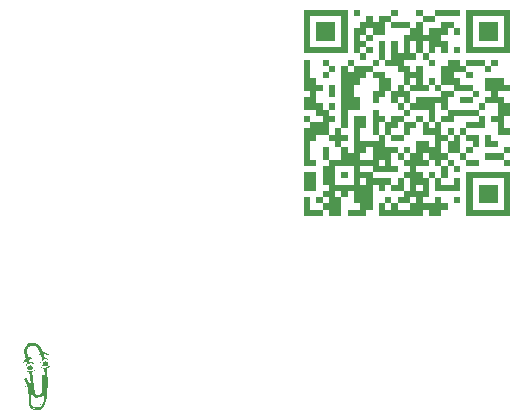
<source format=gbr>
%TF.GenerationSoftware,KiCad,Pcbnew,9.0.7*%
%TF.CreationDate,2026-02-17T11:17:25-06:00*%
%TF.ProjectId,nfc-card,6e66632d-6361-4726-942e-6b696361645f,rev?*%
%TF.SameCoordinates,Original*%
%TF.FileFunction,Legend,Bot*%
%TF.FilePolarity,Positive*%
%FSLAX46Y46*%
G04 Gerber Fmt 4.6, Leading zero omitted, Abs format (unit mm)*
G04 Created by KiCad (PCBNEW 9.0.7) date 2026-02-17 11:17:25*
%MOMM*%
%LPD*%
G01*
G04 APERTURE LIST*
%ADD10C,0.000000*%
G04 APERTURE END LIST*
D10*
G36*
X121895834Y-49941667D02*
G01*
X122425001Y-49941667D01*
X122425001Y-50470833D01*
X122954167Y-50470833D01*
X122954167Y-49941667D01*
X123483334Y-49941667D01*
X124012500Y-49941667D01*
X124012500Y-50470833D01*
X123483334Y-50470833D01*
X123483334Y-51000000D01*
X122954167Y-51000000D01*
X122954167Y-51529166D01*
X122425001Y-51529166D01*
X122425001Y-51000000D01*
X122425001Y-50470833D01*
X121895834Y-50470833D01*
X121895834Y-51000000D01*
X121895834Y-51529166D01*
X121366667Y-51529166D01*
X121366667Y-51000000D01*
X121366667Y-50470833D01*
X121366667Y-49941667D01*
X121366667Y-49412499D01*
X121895834Y-49412499D01*
X121895834Y-49941667D01*
G37*
G36*
X119779168Y-45708334D02*
G01*
X119250001Y-45708334D01*
X119250001Y-45179167D01*
X119779168Y-45179167D01*
X119779168Y-45708334D01*
G37*
G36*
X117662501Y-46766666D02*
G01*
X117133335Y-46766666D01*
X117133335Y-46237500D01*
X117662501Y-46237500D01*
X117662501Y-46766666D01*
G37*
G36*
X119250001Y-46237500D02*
G01*
X119779168Y-46237500D01*
X119779168Y-45708334D01*
X120308334Y-45708334D01*
X120837501Y-45708334D01*
X121366667Y-45708334D01*
X121366667Y-46237500D01*
X120837501Y-46237500D01*
X120837501Y-46766666D01*
X120308334Y-46766666D01*
X120308334Y-47295833D01*
X119779168Y-47295833D01*
X119779168Y-47825000D01*
X119779168Y-48354167D01*
X120308334Y-48354167D01*
X120308334Y-48883333D01*
X120308334Y-49412499D01*
X119779168Y-49412499D01*
X119250001Y-49412499D01*
X119250001Y-49941667D01*
X119250001Y-50470833D01*
X119250001Y-51000000D01*
X118720834Y-51000000D01*
X118720834Y-50470833D01*
X118720834Y-49941667D01*
X118720834Y-49412499D01*
X118720834Y-48883333D01*
X118720834Y-48354167D01*
X118720834Y-47825000D01*
X118720834Y-47295833D01*
X118720834Y-46766666D01*
X118720834Y-46237500D01*
X118720834Y-45708334D01*
X119250001Y-45708334D01*
X119250001Y-46237500D01*
G37*
G36*
X125600000Y-42533334D02*
G01*
X125600000Y-43062500D01*
X126129167Y-43062500D01*
X126129167Y-42533334D01*
X126658334Y-42533334D01*
X127187501Y-42533334D01*
X127187501Y-42004167D01*
X127716667Y-42004167D01*
X128245833Y-42004167D01*
X128245833Y-42533334D01*
X127716667Y-42533334D01*
X127716667Y-43062500D01*
X127187501Y-43062500D01*
X127187501Y-43591667D01*
X127716667Y-43591667D01*
X127716667Y-44120833D01*
X127716667Y-44650000D01*
X127187501Y-44650000D01*
X127187501Y-44120833D01*
X126658334Y-44120833D01*
X126658334Y-44650000D01*
X126129167Y-44650000D01*
X126129167Y-44120833D01*
X126129167Y-43591667D01*
X125600000Y-43591667D01*
X125600000Y-44120833D01*
X125600000Y-44650000D01*
X125070834Y-44650000D01*
X125070834Y-44120833D01*
X125070834Y-43591667D01*
X124541668Y-43591667D01*
X124541668Y-44120833D01*
X124541668Y-44650000D01*
X125070834Y-44650000D01*
X125070834Y-45179167D01*
X124541668Y-45179167D01*
X124012500Y-45179167D01*
X124012500Y-45708334D01*
X124541668Y-45708334D01*
X124541668Y-46237500D01*
X125070834Y-46237500D01*
X125070834Y-45708334D01*
X125600000Y-45708334D01*
X125600000Y-46237500D01*
X125600000Y-46766666D01*
X125600000Y-47295833D01*
X126129167Y-47295833D01*
X126129167Y-47825000D01*
X125600000Y-47825000D01*
X125070834Y-47825000D01*
X124541668Y-47825000D01*
X124541668Y-47295833D01*
X125070834Y-47295833D01*
X125070834Y-46766666D01*
X124541668Y-46766666D01*
X124541668Y-47295833D01*
X124012500Y-47295833D01*
X124012500Y-46766666D01*
X124012500Y-46237500D01*
X123483334Y-46237500D01*
X123483334Y-45708334D01*
X122954167Y-45708334D01*
X122425001Y-45708334D01*
X122425001Y-45179167D01*
X122954167Y-45179167D01*
X122954167Y-44650000D01*
X122954167Y-44120833D01*
X122954167Y-43591667D01*
X123483334Y-43591667D01*
X123483334Y-44120833D01*
X123483334Y-44650000D01*
X124012500Y-44650000D01*
X124012500Y-44120833D01*
X124012500Y-43591667D01*
X124012500Y-43062500D01*
X124541668Y-43062500D01*
X124541668Y-42533334D01*
X125070834Y-42533334D01*
X125070834Y-42004167D01*
X125600000Y-42004167D01*
X125600000Y-42533334D01*
G37*
G36*
X128245833Y-54174999D02*
G01*
X127716667Y-54174999D01*
X127716667Y-53645833D01*
X128245833Y-53645833D01*
X128245833Y-54174999D01*
G37*
G36*
X116075000Y-45708334D02*
G01*
X116075000Y-46237500D01*
X116075000Y-46766666D01*
X116604168Y-46766666D01*
X116604168Y-47295833D01*
X117133335Y-47295833D01*
X117133335Y-47825000D01*
X116604168Y-47825000D01*
X116604168Y-48354167D01*
X116604168Y-48883333D01*
X117133335Y-48883333D01*
X117133335Y-49412499D01*
X117662501Y-49412499D01*
X117662501Y-49941667D01*
X118191667Y-49941667D01*
X118191667Y-50470833D01*
X117662501Y-50470833D01*
X117662501Y-51000000D01*
X117662501Y-51529166D01*
X118191667Y-51529166D01*
X118191667Y-51000000D01*
X118720834Y-51000000D01*
X118720834Y-51529166D01*
X119250001Y-51529166D01*
X119250001Y-52058333D01*
X118720834Y-52058333D01*
X118720834Y-52587500D01*
X118191667Y-52587500D01*
X118191667Y-52058333D01*
X117662501Y-52058333D01*
X117662501Y-51529166D01*
X117133335Y-51529166D01*
X116604168Y-51529166D01*
X116604168Y-52058333D01*
X116075000Y-52058333D01*
X116075000Y-52587500D01*
X116075000Y-53116666D01*
X116075000Y-53645833D01*
X116604168Y-53645833D01*
X116604168Y-54174999D01*
X116075000Y-54174999D01*
X115545835Y-54174999D01*
X115545835Y-53645833D01*
X115545835Y-53116666D01*
X115545835Y-52587500D01*
X115545835Y-52058333D01*
X115545835Y-51529166D01*
X115545835Y-51000000D01*
X116075000Y-51000000D01*
X116075000Y-50470833D01*
X116604168Y-50470833D01*
X117133335Y-50470833D01*
X117133335Y-49941667D01*
X116604168Y-49941667D01*
X116604168Y-49412499D01*
X116075000Y-49412499D01*
X115545835Y-49412499D01*
X115545835Y-48883333D01*
X115545835Y-48354167D01*
X116075000Y-48354167D01*
X116075000Y-47825000D01*
X115545835Y-47825000D01*
X115545835Y-47295833D01*
X115545835Y-46766666D01*
X115545835Y-46237500D01*
X115545835Y-45708334D01*
X115545835Y-45179167D01*
X116075000Y-45179167D01*
X116075000Y-45708334D01*
G37*
G36*
X129833334Y-53116666D02*
G01*
X129304167Y-53116666D01*
X129304167Y-52587500D01*
X129833334Y-52587500D01*
X129833334Y-53116666D01*
G37*
G36*
X122425001Y-44120833D02*
G01*
X122425001Y-44650000D01*
X122425001Y-45179167D01*
X121895834Y-45179167D01*
X121895834Y-44650000D01*
X121895834Y-44120833D01*
X121895834Y-43591667D01*
X122425001Y-43591667D01*
X122425001Y-44120833D01*
G37*
G36*
X127716667Y-54704166D02*
G01*
X127716667Y-55233333D01*
X127187501Y-55233333D01*
X127187501Y-54704166D01*
X127187501Y-54174999D01*
X127716667Y-54174999D01*
X127716667Y-54704166D01*
G37*
G36*
X121366667Y-44650000D02*
G01*
X120837501Y-44650000D01*
X120837501Y-44120833D01*
X121366667Y-44120833D01*
X121366667Y-44650000D01*
G37*
G36*
X133008333Y-53116666D02*
G01*
X132479167Y-53116666D01*
X132479167Y-52587500D01*
X133008333Y-52587500D01*
X133008333Y-53116666D01*
G37*
G36*
X131420833Y-52058333D02*
G01*
X131950000Y-52058333D01*
X131950000Y-52587500D01*
X131420833Y-52587500D01*
X130891667Y-52587500D01*
X130891667Y-52058333D01*
X130891667Y-51529166D01*
X131420833Y-51529166D01*
X131420833Y-52058333D01*
G37*
G36*
X118191667Y-47825000D02*
G01*
X118191667Y-48354167D01*
X117662501Y-48354167D01*
X117662501Y-47825000D01*
X117662501Y-47295833D01*
X118191667Y-47295833D01*
X118191667Y-47825000D01*
G37*
G36*
X129304167Y-51529166D02*
G01*
X128775000Y-51529166D01*
X128775000Y-51000000D01*
X129304167Y-51000000D01*
X129304167Y-51529166D01*
G37*
G36*
X122425001Y-46766666D02*
G01*
X122954167Y-46766666D01*
X122954167Y-47295833D01*
X122954167Y-47825000D01*
X123483334Y-47825000D01*
X123483334Y-47295833D01*
X124012500Y-47295833D01*
X124012500Y-47825000D01*
X124541668Y-47825000D01*
X124541668Y-48354167D01*
X124541668Y-48883333D01*
X124012500Y-48883333D01*
X124012500Y-48354167D01*
X123483334Y-48354167D01*
X123483334Y-48883333D01*
X122954167Y-48883333D01*
X122954167Y-48354167D01*
X122954167Y-47825000D01*
X122425001Y-47825000D01*
X122425001Y-48354167D01*
X121895834Y-48354167D01*
X121895834Y-48883333D01*
X121366667Y-48883333D01*
X121366667Y-48354167D01*
X121366667Y-47825000D01*
X121895834Y-47825000D01*
X121895834Y-47295833D01*
X121895834Y-46766666D01*
X121366667Y-46766666D01*
X121366667Y-46237500D01*
X121895834Y-46237500D01*
X122425001Y-46237500D01*
X122425001Y-46766666D01*
G37*
G36*
X126129167Y-56820832D02*
G01*
X125600000Y-56820832D01*
X125600000Y-57349999D01*
X126129167Y-57349999D01*
X126658334Y-57349999D01*
X126658334Y-56820832D01*
X127187501Y-56820832D01*
X127187501Y-57349999D01*
X127716667Y-57349999D01*
X127716667Y-57879167D01*
X127187501Y-57879167D01*
X127187501Y-58408332D01*
X126658334Y-58408332D01*
X126129167Y-58408332D01*
X126129167Y-57879167D01*
X125600000Y-57879167D01*
X125600000Y-58408332D01*
X125070834Y-58408332D01*
X124541668Y-58408332D01*
X124012500Y-58408332D01*
X123483334Y-58408332D01*
X122954167Y-58408332D01*
X122425001Y-58408332D01*
X121895834Y-58408332D01*
X121895834Y-57879167D01*
X121895834Y-57349999D01*
X122425001Y-57349999D01*
X122425001Y-57879167D01*
X122954167Y-57879167D01*
X122954167Y-57349999D01*
X123483334Y-57349999D01*
X123483334Y-57879167D01*
X124012500Y-57879167D01*
X124541668Y-57879167D01*
X124541668Y-57349999D01*
X125070834Y-57349999D01*
X125070834Y-56820832D01*
X124541668Y-56820832D01*
X124541668Y-57349999D01*
X124012500Y-57349999D01*
X123483334Y-57349999D01*
X123483334Y-56820832D01*
X124012500Y-56820832D01*
X124012500Y-56291666D01*
X124541668Y-56291666D01*
X124541668Y-55762500D01*
X125070834Y-55762500D01*
X125070834Y-56291666D01*
X125600000Y-56291666D01*
X125600000Y-55762500D01*
X125070834Y-55762500D01*
X124541668Y-55762500D01*
X124541668Y-55233333D01*
X124012500Y-55233333D01*
X124012500Y-54704166D01*
X124541668Y-54704166D01*
X124541668Y-54174999D01*
X124012500Y-54174999D01*
X124012500Y-53645833D01*
X124541668Y-53645833D01*
X125600000Y-53645833D01*
X126129167Y-53645833D01*
X126129167Y-53116666D01*
X125600000Y-53116666D01*
X125600000Y-53645833D01*
X124541668Y-53645833D01*
X124541668Y-53116666D01*
X125070834Y-53116666D01*
X125070834Y-52587500D01*
X125070834Y-52058333D01*
X125600000Y-52058333D01*
X126129167Y-52058333D01*
X126129167Y-52587500D01*
X126658334Y-52587500D01*
X126658334Y-52058333D01*
X126658334Y-51529166D01*
X126129167Y-51529166D01*
X125600000Y-51529166D01*
X125600000Y-51000000D01*
X125600000Y-50470833D01*
X126129167Y-50470833D01*
X126129167Y-51000000D01*
X126658334Y-51000000D01*
X126658334Y-50470833D01*
X127187501Y-50470833D01*
X127187501Y-51000000D01*
X127187501Y-51529166D01*
X127716667Y-51529166D01*
X127716667Y-52058333D01*
X128245833Y-52058333D01*
X128245833Y-51529166D01*
X128775000Y-51529166D01*
X128775000Y-52058333D01*
X128775000Y-52587500D01*
X128775000Y-53116666D01*
X128245833Y-53116666D01*
X127716667Y-53116666D01*
X127716667Y-52587500D01*
X127716667Y-52058333D01*
X127187501Y-52058333D01*
X127187501Y-52587500D01*
X127187501Y-53116666D01*
X127716667Y-53116666D01*
X127716667Y-53645833D01*
X127187501Y-53645833D01*
X127187501Y-54174999D01*
X126658334Y-54174999D01*
X126658334Y-53645833D01*
X126129167Y-53645833D01*
X126129167Y-54174999D01*
X125600000Y-54174999D01*
X125070834Y-54174999D01*
X125070834Y-54704166D01*
X125600000Y-54704166D01*
X125600000Y-55233333D01*
X126129167Y-55233333D01*
X126129167Y-55762500D01*
X126129167Y-56291666D01*
X126129167Y-56820832D01*
G37*
G36*
X122954167Y-57349999D02*
G01*
X122425001Y-57349999D01*
X122425001Y-56820832D01*
X122954167Y-56820832D01*
X122954167Y-57349999D01*
G37*
G36*
X116075000Y-57349999D02*
G01*
X116075000Y-57879167D01*
X116604168Y-57879167D01*
X117133335Y-57879167D01*
X117133335Y-58408332D01*
X116604168Y-58408332D01*
X116075000Y-58408332D01*
X115545835Y-58408332D01*
X115545835Y-57879167D01*
X115545835Y-57349999D01*
X115545835Y-56820832D01*
X116075000Y-56820832D01*
X116075000Y-57349999D01*
G37*
G36*
X127187501Y-55762500D02*
G01*
X127716667Y-55762500D01*
X128245833Y-55762500D01*
X128245833Y-55233333D01*
X128775000Y-55233333D01*
X128775000Y-55762500D01*
X128775000Y-56291666D01*
X128245833Y-56291666D01*
X127716667Y-56291666D01*
X127187501Y-56291666D01*
X126658334Y-56291666D01*
X126658334Y-55762500D01*
X126658334Y-55233333D01*
X127187501Y-55233333D01*
X127187501Y-55762500D01*
G37*
G36*
X126129167Y-45179167D02*
G01*
X125600000Y-45179167D01*
X125600000Y-44650000D01*
X126129167Y-44650000D01*
X126129167Y-45179167D01*
G37*
G36*
X130362500Y-52058333D02*
G01*
X130362500Y-52587500D01*
X129833334Y-52587500D01*
X129833334Y-52058333D01*
X129304167Y-52058333D01*
X129304167Y-51529166D01*
X129833334Y-51529166D01*
X130362500Y-51529166D01*
X130362500Y-52058333D01*
G37*
G36*
X128775000Y-57349999D02*
G01*
X128245833Y-57349999D01*
X128245833Y-56820832D01*
X128775000Y-56820832D01*
X128775000Y-57349999D01*
G37*
G36*
X130891667Y-50470833D02*
G01*
X130891667Y-51000000D01*
X130362500Y-51000000D01*
X129833334Y-51000000D01*
X129304167Y-51000000D01*
X129304167Y-50470833D01*
X129833334Y-50470833D01*
X130362500Y-50470833D01*
X130362500Y-49941667D01*
X130891667Y-49941667D01*
X130891667Y-50470833D01*
G37*
G36*
X124541668Y-53116666D02*
G01*
X124012500Y-53116666D01*
X124012500Y-52587500D01*
X124541668Y-52587500D01*
X124541668Y-53116666D01*
G37*
G36*
X125600000Y-41475000D02*
G01*
X125070834Y-41475000D01*
X125070834Y-40945834D01*
X125600000Y-40945834D01*
X125600000Y-41475000D01*
G37*
G36*
X130891667Y-49412499D02*
G01*
X130362500Y-49412499D01*
X130362500Y-48883333D01*
X130891667Y-48883333D01*
X130891667Y-49412499D01*
G37*
G36*
X126658334Y-45708334D02*
G01*
X126129167Y-45708334D01*
X126129167Y-45179167D01*
X126658334Y-45179167D01*
X126658334Y-45708334D01*
G37*
G36*
X124012500Y-53645833D02*
G01*
X123483334Y-53645833D01*
X123483334Y-53116666D01*
X124012500Y-53116666D01*
X124012500Y-53645833D01*
G37*
G36*
X126658334Y-55233333D02*
G01*
X126129167Y-55233333D01*
X126129167Y-54704166D01*
X126658334Y-54704166D01*
X126658334Y-55233333D01*
G37*
G36*
X128775000Y-45708334D02*
G01*
X129304167Y-45708334D01*
X129304167Y-46237500D01*
X128775000Y-46237500D01*
X128245833Y-46237500D01*
X128245833Y-46766666D01*
X128775000Y-46766666D01*
X128775000Y-47295833D01*
X129304167Y-47295833D01*
X129833334Y-47295833D01*
X129833334Y-47825000D01*
X129304167Y-47825000D01*
X128775000Y-47825000D01*
X128245833Y-47825000D01*
X128245833Y-47295833D01*
X127716667Y-47295833D01*
X127187501Y-47295833D01*
X127187501Y-46766666D01*
X127187501Y-46237500D01*
X127187501Y-45708334D01*
X127716667Y-45708334D01*
X127716667Y-45179167D01*
X128245833Y-45179167D01*
X128775000Y-45179167D01*
X128775000Y-45708334D01*
G37*
G36*
X124541668Y-49941667D02*
G01*
X124012500Y-49941667D01*
X124012500Y-49412499D01*
X124541668Y-49412499D01*
X124541668Y-49941667D01*
G37*
G36*
X131950000Y-42533334D02*
G01*
X131950000Y-43062500D01*
X131950000Y-43591667D01*
X131420833Y-43591667D01*
X130891667Y-43591667D01*
X130362500Y-43591667D01*
X130362500Y-43062500D01*
X130362500Y-42533334D01*
X130362500Y-42004167D01*
X130891667Y-42004167D01*
X131420833Y-42004167D01*
X131950000Y-42004167D01*
X131950000Y-42533334D01*
G37*
G36*
X120837501Y-45179167D02*
G01*
X120308334Y-45179167D01*
X120308334Y-44650000D01*
X120837501Y-44650000D01*
X120837501Y-45179167D01*
G37*
G36*
X133008333Y-56291666D02*
G01*
X133008333Y-56820832D01*
X133008333Y-57349999D01*
X133008333Y-57879167D01*
X133008333Y-58408332D01*
X132479167Y-58408332D01*
X131950000Y-58408332D01*
X131420833Y-58408332D01*
X130891667Y-58408332D01*
X130362500Y-58408332D01*
X129833334Y-58408332D01*
X129304167Y-58408332D01*
X129304167Y-57879167D01*
X129304167Y-57349999D01*
X129304167Y-56820832D01*
X129304167Y-56291666D01*
X129304167Y-55762500D01*
X129304167Y-55233333D01*
X129833334Y-55233333D01*
X129833334Y-55762500D01*
X129833334Y-56291666D01*
X129833334Y-56820832D01*
X129833334Y-57349999D01*
X129833334Y-57879167D01*
X130362500Y-57879167D01*
X130891667Y-57879167D01*
X131420833Y-57879167D01*
X131950000Y-57879167D01*
X132479167Y-57879167D01*
X132479167Y-57349999D01*
X132479167Y-56820832D01*
X132479167Y-56291666D01*
X132479167Y-55762500D01*
X132479167Y-55233333D01*
X131950000Y-55233333D01*
X131420833Y-55233333D01*
X130891667Y-55233333D01*
X130362500Y-55233333D01*
X129833334Y-55233333D01*
X129304167Y-55233333D01*
X129304167Y-54704166D01*
X129833334Y-54704166D01*
X130362500Y-54704166D01*
X130891667Y-54704166D01*
X131420833Y-54704166D01*
X131950000Y-54704166D01*
X132479167Y-54704166D01*
X133008333Y-54704166D01*
X133008333Y-55233333D01*
X133008333Y-55762500D01*
X133008333Y-56291666D01*
G37*
G36*
X130362500Y-54174999D02*
G01*
X129833334Y-54174999D01*
X129304167Y-54174999D01*
X129304167Y-53645833D01*
X129833334Y-53645833D01*
X130362500Y-53645833D01*
X130362500Y-54174999D01*
G37*
G36*
X129833334Y-48883333D02*
G01*
X129304167Y-48883333D01*
X128775000Y-48883333D01*
X128775000Y-48354167D01*
X129304167Y-48354167D01*
X129833334Y-48354167D01*
X129833334Y-48883333D01*
G37*
G36*
X120308334Y-41475000D02*
G01*
X119779168Y-41475000D01*
X119779168Y-40945834D01*
X120308334Y-40945834D01*
X120308334Y-41475000D01*
G37*
G36*
X132479167Y-53645833D02*
G01*
X131950000Y-53645833D01*
X131420833Y-53645833D01*
X130891667Y-53645833D01*
X130891667Y-53116666D01*
X131420833Y-53116666D01*
X131950000Y-53116666D01*
X132479167Y-53116666D01*
X132479167Y-53645833D01*
G37*
G36*
X128245833Y-51529166D02*
G01*
X127716667Y-51529166D01*
X127716667Y-51000000D01*
X128245833Y-51000000D01*
X128245833Y-51529166D01*
G37*
G36*
X119250001Y-42533334D02*
G01*
X119250001Y-43062500D01*
X119250001Y-43591667D01*
X119250001Y-44120833D01*
X119250001Y-44650000D01*
X118720834Y-44650000D01*
X118191667Y-44650000D01*
X117662501Y-44650000D01*
X117133335Y-44650000D01*
X116604168Y-44650000D01*
X116075000Y-44650000D01*
X115545835Y-44650000D01*
X115545835Y-44120833D01*
X115545835Y-43591667D01*
X115545835Y-43062500D01*
X115545835Y-42533334D01*
X115545835Y-42004167D01*
X115545835Y-41475000D01*
X116075000Y-41475000D01*
X116075000Y-42004167D01*
X116075000Y-42533334D01*
X116075000Y-43062500D01*
X116075000Y-43591667D01*
X116075000Y-44120833D01*
X116604168Y-44120833D01*
X117133335Y-44120833D01*
X117662501Y-44120833D01*
X118191667Y-44120833D01*
X118720834Y-44120833D01*
X118720834Y-43591667D01*
X118720834Y-43062500D01*
X118720834Y-42533334D01*
X118720834Y-42004167D01*
X118720834Y-41475000D01*
X118191667Y-41475000D01*
X117662501Y-41475000D01*
X117133335Y-41475000D01*
X116604168Y-41475000D01*
X116075000Y-41475000D01*
X115545835Y-41475000D01*
X115545835Y-40945834D01*
X116075000Y-40945834D01*
X116604168Y-40945834D01*
X117133335Y-40945834D01*
X117662501Y-40945834D01*
X118191667Y-40945834D01*
X118720834Y-40945834D01*
X119250001Y-40945834D01*
X119250001Y-41475000D01*
X119250001Y-42004167D01*
X119250001Y-42533334D01*
G37*
G36*
X121366667Y-42004167D02*
G01*
X121895834Y-42004167D01*
X121895834Y-41475000D01*
X122425001Y-41475000D01*
X122954167Y-41475000D01*
X122954167Y-42004167D01*
X122425001Y-42004167D01*
X122425001Y-42533334D01*
X122425001Y-43062500D01*
X121895834Y-43062500D01*
X121366667Y-43062500D01*
X121366667Y-42533334D01*
X120837501Y-42533334D01*
X120837501Y-43062500D01*
X120308334Y-43062500D01*
X120308334Y-43591667D01*
X120837501Y-43591667D01*
X120837501Y-44120833D01*
X120308334Y-44120833D01*
X120308334Y-44650000D01*
X119779168Y-44650000D01*
X119779168Y-44120833D01*
X119779168Y-43591667D01*
X119779168Y-43062500D01*
X119779168Y-42533334D01*
X120308334Y-42533334D01*
X120308334Y-42004167D01*
X120837501Y-42004167D01*
X120837501Y-41475000D01*
X121366667Y-41475000D01*
X121366667Y-42004167D01*
G37*
G36*
X124541668Y-42533334D02*
G01*
X124012500Y-42533334D01*
X123483334Y-42533334D01*
X122954167Y-42533334D01*
X122954167Y-42004167D01*
X123483334Y-42004167D01*
X124012500Y-42004167D01*
X124541668Y-42004167D01*
X124541668Y-42533334D01*
G37*
G36*
X123483334Y-41475000D02*
G01*
X122954167Y-41475000D01*
X122954167Y-40945834D01*
X123483334Y-40945834D01*
X123483334Y-41475000D01*
G37*
G36*
X129304167Y-53645833D02*
G01*
X128775000Y-53645833D01*
X128775000Y-53116666D01*
X129304167Y-53116666D01*
X129304167Y-53645833D01*
G37*
G36*
X117662501Y-45708334D02*
G01*
X117133335Y-45708334D01*
X117133335Y-45179167D01*
X117662501Y-45179167D01*
X117662501Y-45708334D01*
G37*
G36*
X128775000Y-44650000D02*
G01*
X128245833Y-44650000D01*
X128245833Y-44120833D01*
X128775000Y-44120833D01*
X128775000Y-44650000D01*
G37*
G36*
X128775000Y-41475000D02*
G01*
X128245833Y-41475000D01*
X127716667Y-41475000D01*
X127187501Y-41475000D01*
X126658334Y-41475000D01*
X126658334Y-40945834D01*
X127187501Y-40945834D01*
X127716667Y-40945834D01*
X128245833Y-40945834D01*
X128775000Y-40945834D01*
X128775000Y-41475000D01*
G37*
G36*
X128245833Y-48354167D02*
G01*
X127716667Y-48354167D01*
X127716667Y-48883333D01*
X127716667Y-49412499D01*
X127187501Y-49412499D01*
X127187501Y-48883333D01*
X126658334Y-48883333D01*
X126658334Y-49412499D01*
X126658334Y-49941667D01*
X126658334Y-50470833D01*
X126129167Y-50470833D01*
X126129167Y-49941667D01*
X126129167Y-49412499D01*
X125600000Y-49412499D01*
X125070834Y-49412499D01*
X124541668Y-49412499D01*
X124541668Y-48883333D01*
X125070834Y-48883333D01*
X125070834Y-48354167D01*
X125600000Y-48354167D01*
X126129167Y-48354167D01*
X126658334Y-48354167D01*
X127187501Y-48354167D01*
X127187501Y-47825000D01*
X127716667Y-47825000D01*
X128245833Y-47825000D01*
X128245833Y-48354167D01*
G37*
G36*
X116075000Y-50470833D02*
G01*
X115545835Y-50470833D01*
X115545835Y-49941667D01*
X116075000Y-49941667D01*
X116075000Y-50470833D01*
G37*
G36*
X118191667Y-42533334D02*
G01*
X118191667Y-43062500D01*
X118191667Y-43591667D01*
X117662501Y-43591667D01*
X117133335Y-43591667D01*
X116604168Y-43591667D01*
X116604168Y-43062500D01*
X116604168Y-42533334D01*
X116604168Y-42004167D01*
X117133335Y-42004167D01*
X117662501Y-42004167D01*
X118191667Y-42004167D01*
X118191667Y-42533334D01*
G37*
G36*
X126658334Y-42004167D02*
G01*
X126129167Y-42004167D01*
X125600000Y-42004167D01*
X125600000Y-41475000D01*
X126129167Y-41475000D01*
X126658334Y-41475000D01*
X126658334Y-42004167D01*
G37*
G36*
X121366667Y-43591667D02*
G01*
X120837501Y-43591667D01*
X120837501Y-43062500D01*
X121366667Y-43062500D01*
X121366667Y-43591667D01*
G37*
G36*
X121895834Y-45708334D02*
G01*
X121366667Y-45708334D01*
X121366667Y-45179167D01*
X121895834Y-45179167D01*
X121895834Y-45708334D01*
G37*
G36*
X127187501Y-47825000D02*
G01*
X126658334Y-47825000D01*
X126658334Y-47295833D01*
X127187501Y-47295833D01*
X127187501Y-47825000D01*
G37*
G36*
X128775000Y-54704166D02*
G01*
X128245833Y-54704166D01*
X128245833Y-54174999D01*
X128775000Y-54174999D01*
X128775000Y-54704166D01*
G37*
G36*
X122954167Y-53645833D02*
G01*
X122954167Y-54174999D01*
X123483334Y-54174999D01*
X123483334Y-54704166D01*
X122954167Y-54704166D01*
X122425001Y-54704166D01*
X121895834Y-54704166D01*
X121366667Y-54704166D01*
X121366667Y-54174999D01*
X120837501Y-54174999D01*
X120308334Y-54174999D01*
X120308334Y-54704166D01*
X120837501Y-54704166D01*
X121366667Y-54704166D01*
X121366667Y-55233333D01*
X121895834Y-55233333D01*
X122425001Y-55233333D01*
X122954167Y-55233333D01*
X122954167Y-55762500D01*
X123483334Y-55762500D01*
X123483334Y-55233333D01*
X124012500Y-55233333D01*
X124012500Y-55762500D01*
X124012500Y-56291666D01*
X123483334Y-56291666D01*
X122954167Y-56291666D01*
X122954167Y-55762500D01*
X122425001Y-55762500D01*
X122425001Y-56291666D01*
X121895834Y-56291666D01*
X121895834Y-55762500D01*
X121366667Y-55762500D01*
X121366667Y-56291666D01*
X121366667Y-56820832D01*
X121366667Y-57349999D01*
X121366667Y-57879167D01*
X120837501Y-57879167D01*
X120837501Y-58408332D01*
X120308334Y-58408332D01*
X119779168Y-58408332D01*
X119250001Y-58408332D01*
X119250001Y-57879167D01*
X119779168Y-57879167D01*
X120308334Y-57879167D01*
X120308334Y-57349999D01*
X119779168Y-57349999D01*
X119779168Y-56820832D01*
X119779168Y-56291666D01*
X119250001Y-56291666D01*
X119250001Y-56820832D01*
X118720834Y-56820832D01*
X118720834Y-56291666D01*
X118191667Y-56291666D01*
X118191667Y-56820832D01*
X118720834Y-56820832D01*
X118720834Y-57349999D01*
X118720834Y-57879167D01*
X118720834Y-58408332D01*
X118191667Y-58408332D01*
X117662501Y-58408332D01*
X117662501Y-57879167D01*
X117133335Y-57879167D01*
X117133335Y-57349999D01*
X117662501Y-57349999D01*
X117662501Y-56820832D01*
X117133335Y-56820832D01*
X117133335Y-56291666D01*
X117662501Y-56291666D01*
X117662501Y-55762500D01*
X117133335Y-55762500D01*
X117133335Y-55233333D01*
X117133335Y-54704166D01*
X117133335Y-54174999D01*
X117662501Y-54174999D01*
X118191667Y-54174999D01*
X118191667Y-54704166D01*
X118191667Y-55233333D01*
X118191667Y-55762500D01*
X118720834Y-55762500D01*
X119250001Y-55762500D01*
X119779168Y-55762500D01*
X120308334Y-55762500D01*
X120837501Y-55762500D01*
X120837501Y-55233333D01*
X120308334Y-55233333D01*
X120308334Y-55762500D01*
X119779168Y-55762500D01*
X119779168Y-55233333D01*
X119779168Y-54704166D01*
X119779168Y-54174999D01*
X119250001Y-54174999D01*
X118720834Y-54174999D01*
X118191667Y-54174999D01*
X117662501Y-54174999D01*
X117662501Y-53645833D01*
X118191667Y-53645833D01*
X118720834Y-53645833D01*
X118720834Y-53116666D01*
X118720834Y-52587500D01*
X119250001Y-52587500D01*
X119250001Y-53116666D01*
X119779168Y-53116666D01*
X120308334Y-53116666D01*
X120308334Y-53645833D01*
X120837501Y-53645833D01*
X121366667Y-53645833D01*
X121895834Y-53645833D01*
X121895834Y-54174999D01*
X122425001Y-54174999D01*
X122425001Y-53645833D01*
X121895834Y-53645833D01*
X121366667Y-53645833D01*
X121366667Y-53116666D01*
X121366667Y-52587500D01*
X120837501Y-52587500D01*
X120837501Y-53116666D01*
X120308334Y-53116666D01*
X119779168Y-53116666D01*
X119779168Y-52587500D01*
X119779168Y-52058333D01*
X119779168Y-51529166D01*
X119779168Y-51000000D01*
X119779168Y-50470833D01*
X119779168Y-49941667D01*
X120308334Y-49941667D01*
X120837501Y-49941667D01*
X120837501Y-50470833D01*
X120837501Y-51000000D01*
X120308334Y-51000000D01*
X120308334Y-51529166D01*
X120308334Y-52058333D01*
X120837501Y-52058333D01*
X121366667Y-52058333D01*
X121895834Y-52058333D01*
X121895834Y-51529166D01*
X122425001Y-51529166D01*
X122425001Y-52058333D01*
X122425001Y-52587500D01*
X122954167Y-52587500D01*
X123483334Y-52587500D01*
X123483334Y-53116666D01*
X122954167Y-53116666D01*
X122954167Y-53645833D01*
G37*
G36*
X117662501Y-53116666D02*
G01*
X117662501Y-53645833D01*
X117133335Y-53645833D01*
X117133335Y-53116666D01*
X117133335Y-52587500D01*
X117662501Y-52587500D01*
X117662501Y-53116666D01*
G37*
G36*
X118191667Y-49412499D02*
G01*
X117662501Y-49412499D01*
X117662501Y-48883333D01*
X118191667Y-48883333D01*
X118191667Y-49412499D01*
G37*
G36*
X133008333Y-42533334D02*
G01*
X133008333Y-43062500D01*
X133008333Y-43591667D01*
X133008333Y-44120833D01*
X133008333Y-44650000D01*
X132479167Y-44650000D01*
X131950000Y-44650000D01*
X131420833Y-44650000D01*
X130891667Y-44650000D01*
X130362500Y-44650000D01*
X129833334Y-44650000D01*
X129304167Y-44650000D01*
X129304167Y-44120833D01*
X129304167Y-43591667D01*
X129304167Y-43062500D01*
X129304167Y-42533334D01*
X129304167Y-42004167D01*
X129304167Y-41475000D01*
X129833334Y-41475000D01*
X129833334Y-42004167D01*
X129833334Y-42533334D01*
X129833334Y-43062500D01*
X129833334Y-43591667D01*
X129833334Y-44120833D01*
X130362500Y-44120833D01*
X130891667Y-44120833D01*
X131420833Y-44120833D01*
X131950000Y-44120833D01*
X132479167Y-44120833D01*
X132479167Y-43591667D01*
X132479167Y-43062500D01*
X132479167Y-42533334D01*
X132479167Y-42004167D01*
X132479167Y-41475000D01*
X131950000Y-41475000D01*
X131420833Y-41475000D01*
X130891667Y-41475000D01*
X130362500Y-41475000D01*
X129833334Y-41475000D01*
X129304167Y-41475000D01*
X129304167Y-40945834D01*
X129833334Y-40945834D01*
X130362500Y-40945834D01*
X130891667Y-40945834D01*
X131420833Y-40945834D01*
X131950000Y-40945834D01*
X132479167Y-40945834D01*
X133008333Y-40945834D01*
X133008333Y-41475000D01*
X133008333Y-42004167D01*
X133008333Y-42533334D01*
G37*
G36*
X118191667Y-46237500D02*
G01*
X117662501Y-46237500D01*
X117662501Y-45708334D01*
X118191667Y-45708334D01*
X118191667Y-46237500D01*
G37*
G36*
X126658334Y-47295833D02*
G01*
X126129167Y-47295833D01*
X126129167Y-46766666D01*
X126658334Y-46766666D01*
X126658334Y-47295833D01*
G37*
G36*
X117133335Y-57349999D02*
G01*
X116604168Y-57349999D01*
X116604168Y-56820832D01*
X117133335Y-56820832D01*
X117133335Y-57349999D01*
G37*
G36*
X124012500Y-52058333D02*
G01*
X123483334Y-52058333D01*
X122954167Y-52058333D01*
X122954167Y-51529166D01*
X123483334Y-51529166D01*
X124012500Y-51529166D01*
X124012500Y-52058333D01*
G37*
G36*
X130362500Y-48354167D02*
G01*
X129833334Y-48354167D01*
X129833334Y-47825000D01*
X130362500Y-47825000D01*
X130362500Y-48354167D01*
G37*
G36*
X131420833Y-46237500D02*
G01*
X130891667Y-46237500D01*
X130891667Y-45708334D01*
X131420833Y-45708334D01*
X131420833Y-46237500D01*
G37*
G36*
X133008333Y-54174999D02*
G01*
X132479167Y-54174999D01*
X132479167Y-53645833D01*
X133008333Y-53645833D01*
X133008333Y-54174999D01*
G37*
G36*
X116604168Y-55233333D02*
G01*
X116604168Y-55762500D01*
X116604168Y-56291666D01*
X116075000Y-56291666D01*
X115545835Y-56291666D01*
X115545835Y-55762500D01*
X115545835Y-55233333D01*
X115545835Y-54704166D01*
X116075000Y-54704166D01*
X116604168Y-54704166D01*
X116604168Y-55233333D01*
G37*
G36*
X131950000Y-56291666D02*
G01*
X131950000Y-56820832D01*
X131950000Y-57349999D01*
X131420833Y-57349999D01*
X130891667Y-57349999D01*
X130362500Y-57349999D01*
X130362500Y-56820832D01*
X130362500Y-56291666D01*
X130362500Y-55762500D01*
X130891667Y-55762500D01*
X131420833Y-55762500D01*
X131950000Y-55762500D01*
X131950000Y-56291666D01*
G37*
G36*
X132479167Y-47295833D02*
G01*
X133008333Y-47295833D01*
X133008333Y-47825000D01*
X132479167Y-47825000D01*
X131950000Y-47825000D01*
X131950000Y-48354167D01*
X132479167Y-48354167D01*
X132479167Y-48883333D01*
X133008333Y-48883333D01*
X133008333Y-49412499D01*
X133008333Y-49941667D01*
X132479167Y-49941667D01*
X132479167Y-50470833D01*
X132479167Y-51000000D01*
X133008333Y-51000000D01*
X133008333Y-51529166D01*
X132479167Y-51529166D01*
X131950000Y-51529166D01*
X131950000Y-51000000D01*
X131950000Y-50470833D01*
X131420833Y-50470833D01*
X131420833Y-49941667D01*
X131950000Y-49941667D01*
X131950000Y-49412499D01*
X131950000Y-48883333D01*
X131420833Y-48883333D01*
X130891667Y-48883333D01*
X130891667Y-48354167D01*
X131420833Y-48354167D01*
X131420833Y-47825000D01*
X130891667Y-47825000D01*
X130891667Y-47295833D01*
X130891667Y-46766666D01*
X131420833Y-46766666D01*
X131950000Y-46766666D01*
X132479167Y-46766666D01*
X132479167Y-47295833D01*
G37*
G36*
X128775000Y-43062500D02*
G01*
X128245833Y-43062500D01*
X128245833Y-42533334D01*
X128775000Y-42533334D01*
X128775000Y-43062500D01*
G37*
G36*
X124012500Y-49412499D02*
G01*
X123483334Y-49412499D01*
X123483334Y-48883333D01*
X124012500Y-48883333D01*
X124012500Y-49412499D01*
G37*
G36*
X125070834Y-51000000D02*
G01*
X124541668Y-51000000D01*
X124541668Y-51529166D01*
X124012500Y-51529166D01*
X124012500Y-51000000D01*
X124012500Y-50470833D01*
X124541668Y-50470833D01*
X125070834Y-50470833D01*
X125070834Y-51000000D01*
G37*
G36*
X125600000Y-50470833D02*
G01*
X125070834Y-50470833D01*
X125070834Y-49941667D01*
X125600000Y-49941667D01*
X125600000Y-50470833D01*
G37*
G36*
X130362500Y-49941667D02*
G01*
X129833334Y-49941667D01*
X129304167Y-49941667D01*
X128775000Y-49941667D01*
X128245833Y-49941667D01*
X128245833Y-50470833D01*
X127716667Y-50470833D01*
X127187501Y-50470833D01*
X127187501Y-49941667D01*
X127716667Y-49941667D01*
X127716667Y-49412499D01*
X128245833Y-49412499D01*
X128775000Y-49412499D01*
X129304167Y-49412499D01*
X129833334Y-49412499D01*
X130362500Y-49412499D01*
X130362500Y-49941667D01*
G37*
G36*
X129833334Y-46766666D02*
G01*
X129304167Y-46766666D01*
X129304167Y-46237500D01*
X129833334Y-46237500D01*
X129833334Y-46766666D01*
G37*
G36*
X131950000Y-45708334D02*
G01*
X131420833Y-45708334D01*
X131420833Y-45179167D01*
X131950000Y-45179167D01*
X131950000Y-45708334D01*
G37*
G36*
X130891667Y-45708334D02*
G01*
X130362500Y-45708334D01*
X129833334Y-45708334D01*
X129304167Y-45708334D01*
X129304167Y-45179167D01*
X129833334Y-45179167D01*
X130362500Y-45179167D01*
X130891667Y-45179167D01*
X130891667Y-45708334D01*
G37*
G36*
X119250001Y-55233333D02*
G01*
X118720834Y-55233333D01*
X118720834Y-54704166D01*
X119250001Y-54704166D01*
X119250001Y-55233333D01*
G37*
%TO.C,G\u002A\u002A\u002A*%
G36*
X90907423Y-72658247D02*
G01*
X90894330Y-72671340D01*
X90881237Y-72658247D01*
X90894330Y-72645154D01*
X90907423Y-72658247D01*
G37*
G36*
X92792784Y-73836598D02*
G01*
X92779691Y-73849691D01*
X92766598Y-73836598D01*
X92779691Y-73823505D01*
X92792784Y-73836598D01*
G37*
G36*
X91631890Y-72156357D02*
G01*
X91635987Y-72164233D01*
X91614433Y-72173814D01*
X91600571Y-72171925D01*
X91596976Y-72156357D01*
X91600814Y-72153223D01*
X91631890Y-72156357D01*
G37*
G36*
X91998488Y-72837182D02*
G01*
X92002585Y-72845058D01*
X91981031Y-72854639D01*
X91967169Y-72852749D01*
X91963574Y-72837182D01*
X91967412Y-72834048D01*
X91998488Y-72837182D01*
G37*
G36*
X92731684Y-74225017D02*
G01*
X92735781Y-74232893D01*
X92714227Y-74242474D01*
X92700364Y-74240584D01*
X92696770Y-74225017D01*
X92700608Y-74221883D01*
X92731684Y-74225017D01*
G37*
G36*
X92810241Y-74172646D02*
G01*
X92814337Y-74180522D01*
X92792784Y-74190103D01*
X92778921Y-74188213D01*
X92775327Y-74172646D01*
X92779165Y-74169512D01*
X92810241Y-74172646D01*
G37*
G36*
X92888797Y-74146460D02*
G01*
X92892894Y-74154336D01*
X92871340Y-74163917D01*
X92857478Y-74162028D01*
X92853883Y-74146460D01*
X92857721Y-74143326D01*
X92888797Y-74146460D01*
G37*
G36*
X93674364Y-70532852D02*
G01*
X93678461Y-70540728D01*
X93656907Y-70550309D01*
X93643045Y-70548419D01*
X93639450Y-70532852D01*
X93643288Y-70529718D01*
X93674364Y-70532852D01*
G37*
G36*
X93122604Y-74055129D02*
G01*
X93114521Y-74066762D01*
X93092372Y-74085361D01*
X93088712Y-74085106D01*
X93082945Y-74069948D01*
X93111056Y-74043582D01*
X93125690Y-74037211D01*
X93122604Y-74055129D01*
G37*
G36*
X93288994Y-74359496D02*
G01*
X93298559Y-74368209D01*
X93300874Y-74403678D01*
X93289182Y-74415195D01*
X93256368Y-74402306D01*
X93241808Y-74378720D01*
X93251820Y-74353389D01*
X93288994Y-74359496D01*
G37*
G36*
X92640745Y-74221864D02*
G01*
X92648763Y-74242474D01*
X92639429Y-74252701D01*
X92594847Y-74268660D01*
X92578211Y-74265960D01*
X92557114Y-74242474D01*
X92567647Y-74226972D01*
X92611030Y-74216289D01*
X92640745Y-74221864D01*
G37*
G36*
X93812668Y-70743945D02*
G01*
X93877375Y-70799634D01*
X93912823Y-70879495D01*
X93908729Y-70979506D01*
X93906851Y-70985897D01*
X93868605Y-71047590D01*
X93806772Y-71100920D01*
X93735033Y-71136103D01*
X93633678Y-71149001D01*
X93527852Y-71114267D01*
X93466648Y-71070909D01*
X93424421Y-70996746D01*
X93431431Y-70909950D01*
X93488280Y-70815064D01*
X93545836Y-70762127D01*
X93636615Y-70721169D01*
X93728987Y-70716449D01*
X93812668Y-70743945D01*
G37*
G36*
X92464003Y-71064162D02*
G01*
X92551873Y-71109384D01*
X92615225Y-71193997D01*
X92626232Y-71222452D01*
X92626239Y-71271807D01*
X92591869Y-71330086D01*
X92537232Y-71389225D01*
X92476033Y-71435098D01*
X92413152Y-71455342D01*
X92316406Y-71456766D01*
X92223921Y-71432857D01*
X92158051Y-71386996D01*
X92156745Y-71385372D01*
X92117050Y-71308289D01*
X92126718Y-71232922D01*
X92186576Y-71152489D01*
X92259472Y-71096228D01*
X92362805Y-71059415D01*
X92464003Y-71064162D01*
G37*
G36*
X92994279Y-69255582D02*
G01*
X93010759Y-69283486D01*
X92999520Y-69309806D01*
X92985575Y-69331453D01*
X92986544Y-69332680D01*
X92996880Y-69345773D01*
X93007751Y-69343457D01*
X93036018Y-69313041D01*
X93045499Y-69307186D01*
X93081384Y-69322235D01*
X93131093Y-69359815D01*
X93152898Y-69380687D01*
X93182104Y-69408644D01*
X93214855Y-69448810D01*
X93221893Y-69457442D01*
X93237938Y-69494930D01*
X93239474Y-69508145D01*
X93257578Y-69529276D01*
X93282628Y-69549611D01*
X93309028Y-69599282D01*
X93326250Y-69655118D01*
X93324814Y-69693909D01*
X93320345Y-69703776D01*
X93334980Y-69704038D01*
X93343679Y-69703312D01*
X93373760Y-69730418D01*
X93400933Y-69777835D01*
X93407067Y-69788539D01*
X93441611Y-69852213D01*
X93485486Y-69887206D01*
X93557381Y-69903523D01*
X93590475Y-69909954D01*
X93675639Y-69939467D01*
X93764032Y-69983669D01*
X93845360Y-70035544D01*
X93909331Y-70088076D01*
X93945649Y-70134251D01*
X93944022Y-70167051D01*
X93943626Y-70167363D01*
X93911756Y-70167456D01*
X93843784Y-70157336D01*
X93753786Y-70139074D01*
X93749367Y-70138086D01*
X93659472Y-70120632D01*
X93591631Y-70112179D01*
X93560225Y-70114551D01*
X93556875Y-70139431D01*
X93562953Y-70202614D01*
X93578213Y-70287805D01*
X93611692Y-70445567D01*
X93714157Y-70445567D01*
X93762502Y-70448333D01*
X93896985Y-70488664D01*
X94007986Y-70573814D01*
X94025115Y-70594533D01*
X94037035Y-70623523D01*
X94013148Y-70622227D01*
X93959583Y-70588755D01*
X93908130Y-70563689D01*
X93833480Y-70550309D01*
X93772270Y-70543782D01*
X93707929Y-70523401D01*
X93680816Y-70513729D01*
X93626190Y-70518950D01*
X93546080Y-70553414D01*
X93512876Y-70571395D01*
X93445585Y-70614543D01*
X93405659Y-70649786D01*
X93385335Y-70668521D01*
X93342607Y-70668099D01*
X93326536Y-70660344D01*
X93323049Y-70670658D01*
X93324667Y-70676306D01*
X93311762Y-70716904D01*
X93274854Y-70772899D01*
X93273118Y-70775068D01*
X93233606Y-70820791D01*
X93215978Y-70827427D01*
X93211883Y-70798352D01*
X93227954Y-70734604D01*
X93277363Y-70651276D01*
X93349638Y-70571798D01*
X93355184Y-70566789D01*
X93378428Y-70540400D01*
X93385788Y-70508563D01*
X93377599Y-70456357D01*
X93354197Y-70368860D01*
X93328159Y-70282856D01*
X93305180Y-70234564D01*
X93277032Y-70214124D01*
X93234987Y-70209897D01*
X93188492Y-70200872D01*
X93146926Y-70158431D01*
X93141116Y-70089906D01*
X93173944Y-70004976D01*
X93191760Y-69973283D01*
X93202775Y-69938330D01*
X93196645Y-69899050D01*
X93170513Y-69841676D01*
X93135461Y-69777835D01*
X93342681Y-69777835D01*
X93355773Y-69790928D01*
X93368866Y-69777835D01*
X93355773Y-69764742D01*
X93342681Y-69777835D01*
X93135461Y-69777835D01*
X93121521Y-69752446D01*
X93044517Y-69637536D01*
X92927370Y-69519273D01*
X92797292Y-69436282D01*
X92692636Y-69399849D01*
X93113431Y-69399849D01*
X93120103Y-69424330D01*
X93125483Y-69432081D01*
X93149380Y-69450515D01*
X93152961Y-69448810D01*
X93146289Y-69424330D01*
X93140909Y-69416578D01*
X93117013Y-69398144D01*
X93113431Y-69399849D01*
X92692636Y-69399849D01*
X92661294Y-69388938D01*
X92656827Y-69388563D01*
X93033086Y-69388563D01*
X93054639Y-69398144D01*
X93068502Y-69396254D01*
X93072096Y-69380687D01*
X93068258Y-69377553D01*
X93037182Y-69380687D01*
X93033086Y-69388563D01*
X92656827Y-69388563D01*
X92526389Y-69377614D01*
X92399589Y-69402685D01*
X92384144Y-69411237D01*
X92289563Y-69463608D01*
X92287907Y-69464525D01*
X92238649Y-69518969D01*
X92198353Y-69563507D01*
X92179509Y-69606083D01*
X92147152Y-69679194D01*
X92137941Y-69700005D01*
X92130073Y-69731457D01*
X92118438Y-69843299D01*
X92116654Y-69860448D01*
X92125371Y-69948041D01*
X92131391Y-70008527D01*
X92139014Y-70039691D01*
X92175197Y-70187619D01*
X92218884Y-70335548D01*
X92317845Y-70322275D01*
X92320920Y-70321871D01*
X92405132Y-70322402D01*
X92460775Y-70352969D01*
X92498895Y-70409645D01*
X92500167Y-70474110D01*
X92457064Y-70525607D01*
X92373815Y-70554346D01*
X92334969Y-70564169D01*
X92315989Y-70592500D01*
X92317395Y-70655051D01*
X92324819Y-70708250D01*
X92349723Y-70768570D01*
X92400742Y-70797351D01*
X92490575Y-70805635D01*
X92577332Y-70816013D01*
X92687205Y-70863940D01*
X92742886Y-70908695D01*
X92763142Y-70939654D01*
X92738076Y-70946924D01*
X92668402Y-70928064D01*
X92636696Y-70917883D01*
X92503587Y-70894961D01*
X92373364Y-70899409D01*
X92267003Y-70931070D01*
X92262195Y-70933492D01*
X92200300Y-70954600D01*
X92157015Y-70953057D01*
X92143717Y-70946798D01*
X92144597Y-70956257D01*
X92146480Y-70959442D01*
X92133153Y-70988244D01*
X92087102Y-71024669D01*
X92021109Y-71076266D01*
X91965814Y-71139051D01*
X91963962Y-71141850D01*
X91929939Y-71183646D01*
X91908496Y-71193512D01*
X91904446Y-71185899D01*
X91911301Y-71141438D01*
X91941512Y-71077999D01*
X91986602Y-71011099D01*
X92038097Y-70956253D01*
X92082234Y-70914021D01*
X92103144Y-70866671D01*
X92097196Y-70799381D01*
X92095032Y-70788629D01*
X92075885Y-70725372D01*
X92054624Y-70691262D01*
X92039620Y-70690919D01*
X91991202Y-70712988D01*
X91928200Y-70757015D01*
X91892502Y-70784982D01*
X91839517Y-70823316D01*
X91812360Y-70838350D01*
X91806488Y-70837421D01*
X91795129Y-70810092D01*
X91807950Y-70753100D01*
X91840363Y-70677566D01*
X91887780Y-70594613D01*
X91945612Y-70515360D01*
X91954919Y-70503652D01*
X91986640Y-70449859D01*
X91990845Y-70414076D01*
X91983314Y-70398952D01*
X91968784Y-70356236D01*
X91949744Y-70284561D01*
X91924271Y-70176462D01*
X91893826Y-70039691D01*
X91981031Y-70039691D01*
X91994124Y-70052783D01*
X92007217Y-70039691D01*
X91994124Y-70026598D01*
X91981031Y-70039691D01*
X91893826Y-70039691D01*
X91890439Y-70024474D01*
X91877089Y-69959302D01*
X91874007Y-69934422D01*
X91960440Y-69934422D01*
X91963574Y-69965498D01*
X91971450Y-69969595D01*
X91981031Y-69948041D01*
X91979141Y-69934179D01*
X91963574Y-69930584D01*
X91960440Y-69934422D01*
X91874007Y-69934422D01*
X91866126Y-69870796D01*
X91868385Y-69829680D01*
X91960440Y-69829680D01*
X91963574Y-69860756D01*
X91971450Y-69864852D01*
X91981031Y-69843299D01*
X91979141Y-69829436D01*
X91963574Y-69825842D01*
X91960440Y-69829680D01*
X91868385Y-69829680D01*
X91870558Y-69790130D01*
X91888645Y-69699278D01*
X91981031Y-69699278D01*
X91982169Y-69717174D01*
X91991322Y-69738557D01*
X91998100Y-69733732D01*
X92016686Y-69699278D01*
X92020803Y-69679194D01*
X92006395Y-69660000D01*
X91994735Y-69664425D01*
X91981031Y-69699278D01*
X91888645Y-69699278D01*
X91890383Y-69690547D01*
X91910985Y-69622267D01*
X91981031Y-69622267D01*
X91981712Y-69624880D01*
X92007217Y-69633814D01*
X92014394Y-69632749D01*
X92033402Y-69606083D01*
X92031346Y-69596612D01*
X92007217Y-69594536D01*
X91999380Y-69599910D01*
X91981031Y-69622267D01*
X91910985Y-69622267D01*
X91929007Y-69562538D01*
X91963526Y-69496340D01*
X92033803Y-69496340D01*
X92034878Y-69524406D01*
X92046495Y-69554183D01*
X92069407Y-69534368D01*
X92072622Y-69518969D01*
X92058261Y-69475451D01*
X92053744Y-69468607D01*
X92046032Y-69463608D01*
X92085773Y-69463608D01*
X92098866Y-69476701D01*
X92111959Y-69463608D01*
X92098866Y-69450515D01*
X92085773Y-69463608D01*
X92046032Y-69463608D01*
X92038202Y-69458533D01*
X92033803Y-69496340D01*
X91963526Y-69496340D01*
X92007903Y-69411237D01*
X92033402Y-69411237D01*
X92046495Y-69424330D01*
X92059588Y-69411237D01*
X92046495Y-69398144D01*
X92033402Y-69411237D01*
X92007903Y-69411237D01*
X92018558Y-69390804D01*
X92072739Y-69332680D01*
X92164330Y-69332680D01*
X92177423Y-69345773D01*
X92190516Y-69332680D01*
X92177423Y-69319587D01*
X92164330Y-69332680D01*
X92072739Y-69332680D01*
X92142257Y-69258104D01*
X92147215Y-69254124D01*
X92242887Y-69254124D01*
X92255980Y-69267216D01*
X92269072Y-69254124D01*
X92897526Y-69254124D01*
X92910619Y-69267216D01*
X92923712Y-69254124D01*
X92910619Y-69241031D01*
X92897526Y-69254124D01*
X92269072Y-69254124D01*
X92255980Y-69241031D01*
X92242887Y-69254124D01*
X92147215Y-69254124D01*
X92161626Y-69242555D01*
X92221758Y-69194165D01*
X92261421Y-69162079D01*
X92309131Y-69138794D01*
X92354459Y-69143869D01*
X92373815Y-69178368D01*
X92382144Y-69204721D01*
X92419639Y-69201004D01*
X92464782Y-69184984D01*
X92567959Y-69161983D01*
X92677884Y-69150111D01*
X92775666Y-69150930D01*
X92842414Y-69166005D01*
X92851485Y-69170604D01*
X92943411Y-69219989D01*
X92992195Y-69254124D01*
X92994279Y-69255582D01*
G37*
G36*
X92753128Y-73140082D02*
G01*
X92787176Y-73303962D01*
X92821987Y-73422954D01*
X92858106Y-73499644D01*
X92866105Y-73510572D01*
X92920573Y-73548182D01*
X93011676Y-73565465D01*
X93046919Y-73567499D01*
X93101120Y-73566099D01*
X93117833Y-73557974D01*
X93123898Y-73549263D01*
X93163709Y-73532893D01*
X93223306Y-73516903D01*
X93283471Y-73506156D01*
X93324988Y-73505520D01*
X93332055Y-73505443D01*
X93330464Y-73484510D01*
X93328579Y-73479694D01*
X93334089Y-73435201D01*
X93360048Y-73372573D01*
X93370611Y-73349940D01*
X93385602Y-73300633D01*
X93396735Y-73232123D01*
X93404855Y-73136116D01*
X93410805Y-73004324D01*
X93415429Y-72828453D01*
X93416926Y-72729887D01*
X93417108Y-72556576D01*
X93414528Y-72390608D01*
X93409474Y-72246980D01*
X93402234Y-72140691D01*
X93398075Y-72095707D01*
X93391395Y-71996566D01*
X93389923Y-71922641D01*
X93394088Y-71887333D01*
X93399140Y-71882397D01*
X93443492Y-71865863D01*
X93513227Y-71854992D01*
X93539484Y-71852281D01*
X93597899Y-71836215D01*
X93613141Y-71807216D01*
X93612688Y-71803060D01*
X93607791Y-71751980D01*
X93600178Y-71667381D01*
X93591291Y-71565247D01*
X93573929Y-71362556D01*
X93464851Y-71313739D01*
X93438929Y-71301301D01*
X93362145Y-71255713D01*
X93308407Y-71211531D01*
X93288694Y-71188138D01*
X93285590Y-71175960D01*
X93315411Y-71186583D01*
X93384855Y-71220822D01*
X93500528Y-71264554D01*
X93648885Y-71276395D01*
X93802181Y-71238588D01*
X93964588Y-71150627D01*
X93986068Y-71136507D01*
X94048578Y-71101916D01*
X94072229Y-71102071D01*
X94056258Y-71135862D01*
X93999907Y-71202179D01*
X93928565Y-71260405D01*
X93855577Y-71283505D01*
X93847177Y-71283554D01*
X93807659Y-71289915D01*
X93794673Y-71317594D01*
X93799606Y-71381701D01*
X93799713Y-71382554D01*
X93821909Y-71596683D01*
X93839187Y-71841109D01*
X93851470Y-72105535D01*
X93858679Y-72379663D01*
X93860736Y-72653198D01*
X93857564Y-72915842D01*
X93849085Y-73157298D01*
X93835221Y-73367271D01*
X93815894Y-73535464D01*
X93795868Y-73664975D01*
X93777230Y-73781070D01*
X93761666Y-73869630D01*
X93746683Y-73943802D01*
X93729788Y-74016730D01*
X93708484Y-74101560D01*
X93677929Y-74205244D01*
X93633698Y-74328687D01*
X93589550Y-74429809D01*
X93559408Y-74483924D01*
X93554516Y-74491237D01*
X93504139Y-74566538D01*
X93501546Y-74569794D01*
X93480689Y-74595979D01*
X93464282Y-74616578D01*
X93445081Y-74640685D01*
X93390251Y-74697462D01*
X93347663Y-74727963D01*
X93325335Y-74723287D01*
X93314966Y-74712112D01*
X93272456Y-74710380D01*
X93191117Y-74730487D01*
X93094421Y-74750069D01*
X92918831Y-74745342D01*
X92732780Y-74694015D01*
X92710160Y-74685655D01*
X92649684Y-74669413D01*
X92617860Y-74670525D01*
X92615826Y-74673657D01*
X92633540Y-74694135D01*
X92692059Y-74719245D01*
X92782270Y-74745707D01*
X92895059Y-74770243D01*
X93012358Y-74783262D01*
X93148871Y-74768267D01*
X93178113Y-74761142D01*
X93248453Y-74746023D01*
X93290358Y-74740000D01*
X93301505Y-74741724D01*
X93305775Y-74760679D01*
X93278397Y-74790904D01*
X93228712Y-74820238D01*
X93213993Y-74824627D01*
X93146797Y-74833158D01*
X93049179Y-74837308D01*
X92936804Y-74836221D01*
X92820676Y-74829909D01*
X92719850Y-74816102D01*
X92632137Y-74790921D01*
X92536697Y-74749867D01*
X92529978Y-74746657D01*
X92452398Y-74706649D01*
X92400964Y-74674702D01*
X92386507Y-74657480D01*
X92385573Y-74634622D01*
X92367026Y-74576378D01*
X92334172Y-74497798D01*
X92324559Y-74476417D01*
X92310421Y-74440830D01*
X92381168Y-74440830D01*
X92390826Y-74484096D01*
X92421216Y-74542455D01*
X92462113Y-74598414D01*
X92503292Y-74634481D01*
X92543118Y-74654142D01*
X92564417Y-74656926D01*
X92547119Y-74629859D01*
X92490777Y-74570667D01*
X92461152Y-74539313D01*
X92417265Y-74484112D01*
X92400000Y-74448467D01*
X92398771Y-74437283D01*
X92384977Y-74432068D01*
X92381168Y-74440830D01*
X92310421Y-74440830D01*
X92302127Y-74419954D01*
X92292761Y-74386495D01*
X92347629Y-74386495D01*
X92360722Y-74399587D01*
X92373815Y-74386495D01*
X92360722Y-74373402D01*
X92347629Y-74386495D01*
X92292761Y-74386495D01*
X92285890Y-74361947D01*
X92274488Y-74292230D01*
X92266561Y-74200640D01*
X92260749Y-74077012D01*
X92255693Y-73911181D01*
X92252410Y-73796520D01*
X92243319Y-73548667D01*
X92231813Y-73342408D01*
X92216715Y-73170089D01*
X92196846Y-73024054D01*
X92171027Y-72896651D01*
X92138080Y-72780226D01*
X92096827Y-72667124D01*
X92046089Y-72549692D01*
X92013414Y-72478267D01*
X91957898Y-72357006D01*
X91919621Y-72273570D01*
X91895511Y-72221267D01*
X91882494Y-72193404D01*
X91892720Y-72173381D01*
X91946153Y-72146585D01*
X92047144Y-72111954D01*
X92056961Y-72108966D01*
X92076499Y-72106046D01*
X92095001Y-72113613D01*
X92116363Y-72137812D01*
X92144485Y-72184789D01*
X92183264Y-72260690D01*
X92236599Y-72371662D01*
X92308387Y-72523849D01*
X92329635Y-72569255D01*
X92376621Y-72675242D01*
X92407856Y-72762147D01*
X92427920Y-72847816D01*
X92441395Y-72950097D01*
X92452858Y-73086839D01*
X92461076Y-73220168D01*
X92468785Y-73398220D01*
X92474112Y-73583748D01*
X92476224Y-73753037D01*
X92476314Y-73780295D01*
X92478239Y-73920436D01*
X92482236Y-74047182D01*
X92487788Y-74147542D01*
X92494377Y-74208524D01*
X92499854Y-74241818D01*
X92499467Y-74282609D01*
X92480837Y-74283162D01*
X92477129Y-74281351D01*
X92469763Y-74294448D01*
X92480563Y-74336155D01*
X92501412Y-74386495D01*
X92503603Y-74391785D01*
X92532959Y-74446655D01*
X92562707Y-74486079D01*
X92611793Y-74515731D01*
X92698083Y-74548993D01*
X92802117Y-74579004D01*
X92906237Y-74600713D01*
X92992786Y-74609072D01*
X93010347Y-74609519D01*
X93083967Y-74620569D01*
X93131801Y-74641804D01*
X93150864Y-74656926D01*
X93154419Y-74659746D01*
X93151407Y-74649896D01*
X93368866Y-74649896D01*
X93369121Y-74653556D01*
X93384279Y-74659323D01*
X93410645Y-74631212D01*
X93417016Y-74616578D01*
X93399098Y-74619664D01*
X93395499Y-74622165D01*
X93387465Y-74627748D01*
X93368866Y-74649896D01*
X93151407Y-74649896D01*
X93149274Y-74642919D01*
X93153467Y-74622165D01*
X93185567Y-74622165D01*
X93198660Y-74635258D01*
X93211753Y-74622165D01*
X93198660Y-74609072D01*
X93185567Y-74622165D01*
X93153467Y-74622165D01*
X93155980Y-74609730D01*
X93173640Y-74595979D01*
X93237938Y-74595979D01*
X93251031Y-74609072D01*
X93264124Y-74595979D01*
X93251031Y-74582886D01*
X93237938Y-74595979D01*
X93173640Y-74595979D01*
X93204350Y-74572067D01*
X93208203Y-74569794D01*
X93290309Y-74569794D01*
X93303402Y-74582886D01*
X93316495Y-74569794D01*
X93303402Y-74556701D01*
X93290309Y-74569794D01*
X93208203Y-74569794D01*
X93236130Y-74553320D01*
X93309080Y-74491237D01*
X93368866Y-74491237D01*
X93381959Y-74504330D01*
X93395052Y-74491237D01*
X93381959Y-74478144D01*
X93368866Y-74491237D01*
X93309080Y-74491237D01*
X93320932Y-74481151D01*
X93391929Y-74379916D01*
X93453768Y-74241847D01*
X93511095Y-74059175D01*
X93530693Y-73985392D01*
X93554302Y-73883775D01*
X93570337Y-73787803D01*
X93581769Y-73678144D01*
X93591569Y-73535464D01*
X93604972Y-73312886D01*
X93562203Y-73427448D01*
X93537815Y-73484063D01*
X93448463Y-73610882D01*
X93324231Y-73699089D01*
X93163664Y-73749860D01*
X93147903Y-73752711D01*
X93016134Y-73775870D01*
X92924142Y-73788863D01*
X92861278Y-73791150D01*
X92816894Y-73782189D01*
X92780342Y-73761438D01*
X92740972Y-73728355D01*
X92698612Y-73686706D01*
X92614026Y-73569384D01*
X92568934Y-73447800D01*
X92559403Y-73401282D01*
X92541120Y-73318118D01*
X92519005Y-73221237D01*
X92503553Y-73140655D01*
X92498090Y-73103402D01*
X92609485Y-73103402D01*
X92622578Y-73116495D01*
X92635670Y-73103402D01*
X92622578Y-73090309D01*
X92609485Y-73103402D01*
X92498090Y-73103402D01*
X92485009Y-73014200D01*
X92467942Y-72869192D01*
X92454690Y-72723711D01*
X92442023Y-72583721D01*
X92423912Y-72423563D01*
X92402167Y-72257028D01*
X92378296Y-72093858D01*
X92353804Y-71943800D01*
X92330201Y-71816598D01*
X92308992Y-71721997D01*
X92291685Y-71669742D01*
X92271596Y-71644666D01*
X92226367Y-71623917D01*
X92219549Y-71623493D01*
X92167151Y-71607428D01*
X92105753Y-71576221D01*
X92054717Y-71541009D01*
X92033402Y-71512926D01*
X92050477Y-71509402D01*
X92093646Y-71531255D01*
X92147925Y-71555205D01*
X92254174Y-71572846D01*
X92375525Y-71569797D01*
X92492175Y-71545358D01*
X92511747Y-71538575D01*
X92606207Y-71497604D01*
X92695772Y-71447657D01*
X92765683Y-71397736D01*
X92801184Y-71356844D01*
X92810987Y-71340509D01*
X92816902Y-71364044D01*
X92812612Y-71388472D01*
X92772200Y-71446924D01*
X92698464Y-71506649D01*
X92602579Y-71557556D01*
X92549656Y-71582735D01*
X92521840Y-71610497D01*
X92528343Y-71643909D01*
X92529288Y-71645835D01*
X92545272Y-71700795D01*
X92565835Y-71806113D01*
X92590724Y-71960115D01*
X92619682Y-72161133D01*
X92652457Y-72407493D01*
X92688793Y-72697526D01*
X92719296Y-72928732D01*
X92747256Y-73103402D01*
X92753128Y-73140082D01*
G37*
%TD*%
M02*

</source>
